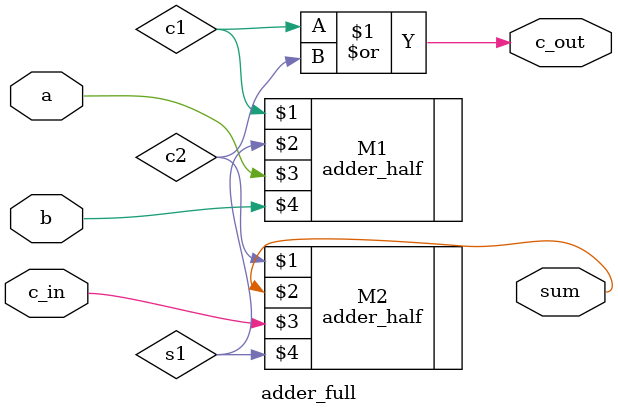
<source format=v>
`timescale 1ns / 1ps


module adder_full(output c_out, sum, input a, b, c_in );
wire s1, c1, c2;

adder_half M1 (c1, s1, a, b);
adder_half M2 (c2, sum, c_in, s1);
or(c_out, c1, c2);

endmodule

</source>
